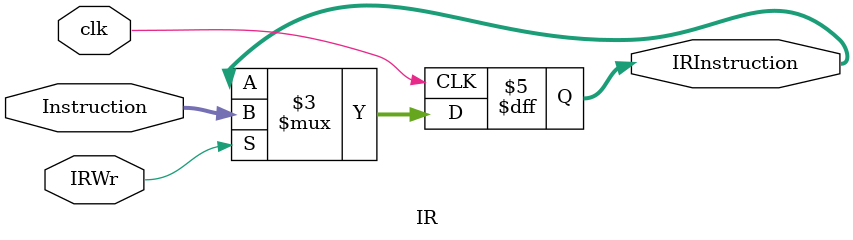
<source format=v>
`timescale 1ns / 1ps

module IR(
    input clk,
    input IRWr,
    input [31:0]Instruction,
    output reg [31:0] IRInstruction
);
        
    always@(posedge clk)
        if(IRWr) 
            IRInstruction = Instruction;
     
endmodule
</source>
